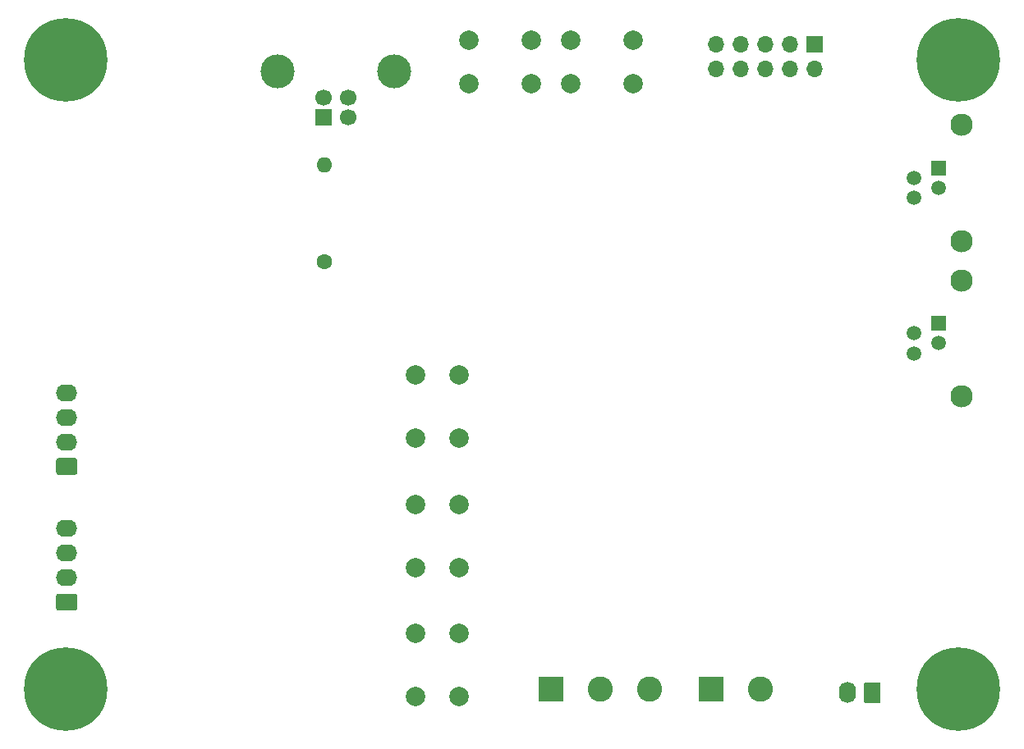
<source format=gbr>
%TF.GenerationSoftware,KiCad,Pcbnew,5.1.12-84ad8e8a86~92~ubuntu20.04.1*%
%TF.CreationDate,2022-06-26T22:57:18-03:00*%
%TF.ProjectId,esp_controller,6573705f-636f-46e7-9472-6f6c6c65722e,rev?*%
%TF.SameCoordinates,Original*%
%TF.FileFunction,Soldermask,Bot*%
%TF.FilePolarity,Negative*%
%FSLAX46Y46*%
G04 Gerber Fmt 4.6, Leading zero omitted, Abs format (unit mm)*
G04 Created by KiCad (PCBNEW 5.1.12-84ad8e8a86~92~ubuntu20.04.1) date 2022-06-26 22:57:18*
%MOMM*%
%LPD*%
G01*
G04 APERTURE LIST*
%ADD10O,1.740000X2.190000*%
%ADD11C,2.600000*%
%ADD12R,2.600000X2.600000*%
%ADD13C,3.500000*%
%ADD14C,1.700000*%
%ADD15R,1.700000X1.700000*%
%ADD16C,1.500000*%
%ADD17C,2.300000*%
%ADD18R,1.500000X1.500000*%
%ADD19O,1.700000X1.700000*%
%ADD20O,2.190000X1.740000*%
%ADD21C,2.000000*%
%ADD22O,1.600000X1.600000*%
%ADD23C,1.600000*%
%ADD24C,8.600000*%
G04 APERTURE END LIST*
D10*
%TO.C,J10*%
X175570000Y-120340000D03*
G36*
G01*
X178980000Y-119494999D02*
X178980000Y-121185001D01*
G75*
G02*
X178730001Y-121435000I-249999J0D01*
G01*
X177489999Y-121435000D01*
G75*
G02*
X177240000Y-121185001I0J249999D01*
G01*
X177240000Y-119494999D01*
G75*
G02*
X177489999Y-119245000I249999J0D01*
G01*
X178730001Y-119245000D01*
G75*
G02*
X178980000Y-119494999I0J-249999D01*
G01*
G37*
%TD*%
D11*
%TO.C,J8*%
X166580000Y-119990000D03*
D12*
X161500000Y-119990000D03*
%TD*%
D13*
%TO.C,J2*%
X128844800Y-56239200D03*
X116804800Y-56239200D03*
D14*
X121574800Y-58949200D03*
X124074800Y-58949200D03*
X124074800Y-60949200D03*
D15*
X121574800Y-60949200D03*
%TD*%
D16*
%TO.C,J4*%
X182460000Y-85290000D03*
D17*
X187300000Y-89760000D03*
D16*
X185000000Y-84270000D03*
X182460000Y-83250000D03*
D18*
X185000000Y-82230000D03*
D17*
X187300000Y-77760000D03*
%TD*%
D16*
%TO.C,J3*%
X182460000Y-69270000D03*
D17*
X187300000Y-73740000D03*
D16*
X185000000Y-68250000D03*
X182460000Y-67230000D03*
D18*
X185000000Y-66210000D03*
D17*
X187300000Y-61740000D03*
%TD*%
D11*
%TO.C,J9*%
X155160000Y-120000000D03*
X150080000Y-120000000D03*
D12*
X145000000Y-120000000D03*
%TD*%
D19*
%TO.C,J1*%
X161990000Y-55990000D03*
X161990000Y-53450000D03*
X164530000Y-55990000D03*
X164530000Y-53450000D03*
X167070000Y-55990000D03*
X167070000Y-53450000D03*
X169610000Y-55990000D03*
X169610000Y-53450000D03*
X172150000Y-55990000D03*
D15*
X172150000Y-53450000D03*
%TD*%
D20*
%TO.C,J7*%
X95066800Y-103365000D03*
X95066800Y-105905000D03*
X95066800Y-108445000D03*
G36*
G01*
X95911801Y-111855000D02*
X94221799Y-111855000D01*
G75*
G02*
X93971800Y-111605001I0J249999D01*
G01*
X93971800Y-110364999D01*
G75*
G02*
X94221799Y-110115000I249999J0D01*
G01*
X95911801Y-110115000D01*
G75*
G02*
X96161800Y-110364999I0J-249999D01*
G01*
X96161800Y-111605001D01*
G75*
G02*
X95911801Y-111855000I-249999J0D01*
G01*
G37*
%TD*%
D21*
%TO.C,SW1*%
X142989200Y-52949200D03*
X142989200Y-57449200D03*
X136489200Y-52949200D03*
X136489200Y-57449200D03*
%TD*%
%TO.C,SW2*%
X153489200Y-52949200D03*
X153489200Y-57449200D03*
X146989200Y-52949200D03*
X146989200Y-57449200D03*
%TD*%
%TO.C,SW3*%
X135534400Y-94067460D03*
X131034400Y-94067460D03*
X135534400Y-87567460D03*
X131034400Y-87567460D03*
%TD*%
%TO.C,SW4*%
X135534400Y-107401980D03*
X131034400Y-107401980D03*
X135534400Y-100901980D03*
X131034400Y-100901980D03*
%TD*%
%TO.C,SW5*%
X135534400Y-120736500D03*
X131034400Y-120736500D03*
X135534400Y-114236500D03*
X131034400Y-114236500D03*
%TD*%
D22*
%TO.C,FB1*%
X121589800Y-65831700D03*
D23*
X121589800Y-75831700D03*
%TD*%
D20*
%TO.C,J6*%
X95066800Y-89365000D03*
X95066800Y-91905000D03*
X95066800Y-94445000D03*
G36*
G01*
X95911801Y-97855000D02*
X94221799Y-97855000D01*
G75*
G02*
X93971800Y-97605001I0J249999D01*
G01*
X93971800Y-96364999D01*
G75*
G02*
X94221799Y-96115000I249999J0D01*
G01*
X95911801Y-96115000D01*
G75*
G02*
X96161800Y-96364999I0J-249999D01*
G01*
X96161800Y-97605001D01*
G75*
G02*
X95911801Y-97855000I-249999J0D01*
G01*
G37*
%TD*%
D24*
%TO.C,H3*%
X95000000Y-120000000D03*
%TD*%
%TO.C,H4*%
X187000000Y-120000000D03*
%TD*%
%TO.C,H2*%
X187000000Y-55000000D03*
%TD*%
%TO.C,H1*%
X95000000Y-55000000D03*
%TD*%
M02*

</source>
